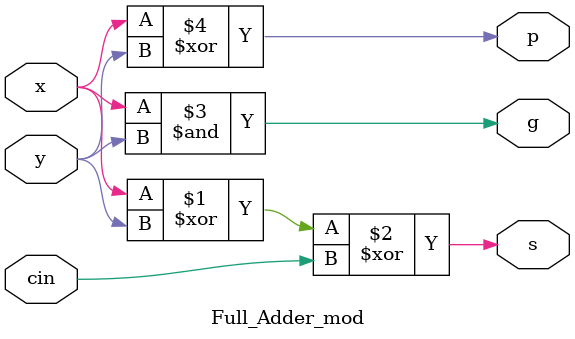
<source format=sv>
module carry_lookahead_adder
(
    input   logic[15:0]     A,
    input   logic[15:0]     B,
    output  logic[15:0]     Sum,
    output  logic           CO
);

    /* TODO
     *
     * Insert code here to implement a CLA adder.
     * Your code should be completly combinational (don't use always_ff or always_latch).
     * Feel free to create sub-modules or other files. */
    logic c4,c8,c12;
    logic pg0,pg4,pg8,pg12;
    logic gg0,gg4,gg8,gg12;

    always_comb 
    begin
        c4 = gg0;
        c8 = gg4 | gg0 & pg4;
        c12 = gg8 | gg4 & pg8 | gg0 & pg4 & pg8;
        CO = gg12 | gg8 & pg12 | gg4 & pg8 & pg12 | gg0 & pg4 & pg8 & pg12;
    end

    CLA adder0(.X(A[3:0]),.Y(B[3:0]),.cin( 0),.S(Sum[3:0]),.gm(gg0),.pm(pg0));
    CLA adder4(.X(A[7:4]),.Y(B[7:4]),.cin(c4),.S(Sum[7:4]),.gm(gg4),.pm(p40));
    CLA adder8(.X(A[11:8]),.Y(B[11:8]),.cin(c8),.S(Sum[11:8]),.gm(gg8),.pm(pg8));
    CLA adder12(.X(A[15:12]),.Y(B[15:12]),.cin(c12),.S(Sum[15:12]),.gm(gg12),.pm(pg12));

endmodule

module CLA
(
    input [3:0]X,
    input [3:0]Y,
    input cin,
    output [3:0]S,
    output gm,
    output pm
);
    logic p0,p1,p2,p3;
    logic g0,g1,g2,g3;
    logic c1,c2,c3;

    always_comb 
    begin
        c1  = cin & p0 | g0;
        c2  = cin & p0 & p1 | g0 & p1 | g1;
        c3  = cin & p0 & p1 & p2 | g0 & p1 & p2 | g1 & p2 | g2;
    end

    Full_Adder_mod fa0(.x(X[0]),.y(Y[0]),.cin(cin),.s(S[0]),.g(g0),.p(p0));
    Full_Adder_mod fa1(.x(X[1]),.y(Y[1]),.cin(c1),.s(S[1]),.g(g1),.p(p1));
    Full_Adder_mod fa2(.x(X[2]),.y(Y[2]),.cin(c2),.s(S[2]),.g(g2),.p(p2));
    Full_Adder_mod fa3(.x(X[3]),.y(Y[3]),.cin(c3),.s(S[3]),.g(g3),.p(p3));
    
	 assign  gm = g0 & p1 & p2 & p3 | g1 & p2 & p3 | g2 & p3 | g3;
    assign  pm = p0 & p1 & p2 & p3;

endmodule

// one bit full adder that add two differnet output g() and p(). 
module Full_Adder_mod (
    input x,
    input y,
    input cin,
    output s,
    output g,
    output p
);
    assign s = x^y^cin;
    assign g = x&y;
    assign p = x^y;
endmodule
</source>
